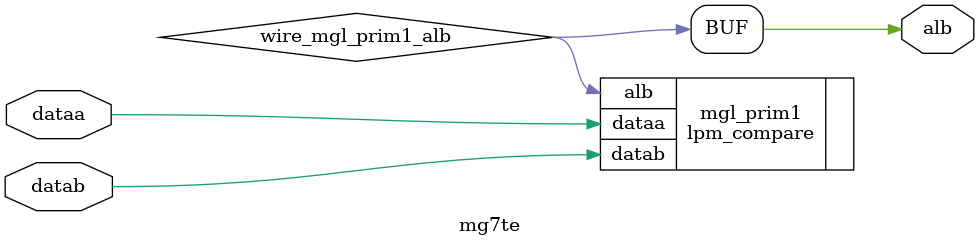
<source format=v>






//synthesis_resources = lpm_compare 1 
//synopsys translate_off
`timescale 1 ps / 1 ps
//synopsys translate_on
module  mg7te
	( 
	alb,
	dataa,
	datab) /* synthesis synthesis_clearbox=1 */;
	output   alb;
	input   dataa;
	input   datab;

	wire  wire_mgl_prim1_alb;

	lpm_compare   mgl_prim1
	( 
	.alb(wire_mgl_prim1_alb),
	.dataa(dataa),
	.datab(datab));
	defparam
		mgl_prim1.lpm_representation = "UNSIGNED",
		mgl_prim1.lpm_type = "LPM_COMPARE",
		mgl_prim1.lpm_width = 0,
		mgl_prim1.lpm_hint = "ONE_INPUT_IS_CONSTANT=YES";
	assign
		alb = wire_mgl_prim1_alb;
endmodule //mg7te
//VALID FILE

</source>
